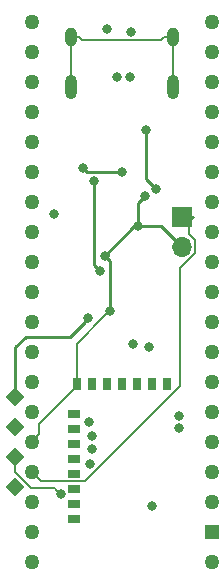
<source format=gbr>
G04 #@! TF.GenerationSoftware,KiCad,Pcbnew,(5.0.0)*
G04 #@! TF.CreationDate,2020-04-28T00:09:20-06:00*
G04 #@! TF.ProjectId,BlueMacro,426C75654D6163726F2E6B696361645F,rev?*
G04 #@! TF.SameCoordinates,Original*
G04 #@! TF.FileFunction,Copper,L4,Bot,Signal*
G04 #@! TF.FilePolarity,Positive*
%FSLAX46Y46*%
G04 Gerber Fmt 4.6, Leading zero omitted, Abs format (unit mm)*
G04 Created by KiCad (PCBNEW (5.0.0)) date 04/28/20 00:09:20*
%MOMM*%
%LPD*%
G01*
G04 APERTURE LIST*
G04 #@! TA.AperFunction,WasherPad*
%ADD10C,1.270000*%
G04 #@! TD*
G04 #@! TA.AperFunction,ComponentPad*
%ADD11C,1.270000*%
G04 #@! TD*
G04 #@! TA.AperFunction,ComponentPad*
%ADD12R,1.250000X1.250000*%
G04 #@! TD*
G04 #@! TA.AperFunction,ComponentPad*
%ADD13R,1.700000X1.700000*%
G04 #@! TD*
G04 #@! TA.AperFunction,ComponentPad*
%ADD14O,1.700000X1.700000*%
G04 #@! TD*
G04 #@! TA.AperFunction,ComponentPad*
%ADD15O,1.000000X1.600000*%
G04 #@! TD*
G04 #@! TA.AperFunction,ComponentPad*
%ADD16O,1.000000X2.100000*%
G04 #@! TD*
G04 #@! TA.AperFunction,ComponentPad*
%ADD17R,0.650000X1.000000*%
G04 #@! TD*
G04 #@! TA.AperFunction,ComponentPad*
%ADD18R,1.000000X0.650000*%
G04 #@! TD*
G04 #@! TA.AperFunction,ComponentPad*
%ADD19C,1.100000*%
G04 #@! TD*
G04 #@! TA.AperFunction,Conductor*
%ADD20C,0.100000*%
G04 #@! TD*
G04 #@! TA.AperFunction,ViaPad*
%ADD21C,0.800000*%
G04 #@! TD*
G04 #@! TA.AperFunction,Conductor*
%ADD22C,0.250000*%
G04 #@! TD*
G04 #@! TA.AperFunction,Conductor*
%ADD23C,0.200000*%
G04 #@! TD*
G04 APERTURE END LIST*
D10*
G04 #@! TO.P,U4,*
G04 #@! TO.N,*
X55880000Y-27940000D03*
X40640000Y-27940000D03*
X55880000Y-73660000D03*
X40640000Y-73660000D03*
D11*
G04 #@! TO.P,U4,34*
G04 #@! TO.N,/P0.10*
X40640000Y-71120000D03*
G04 #@! TO.P,U4,33*
G04 #@! TO.N,/P0.09*
X40640000Y-68580000D03*
G04 #@! TO.P,U4,32*
G04 #@! TO.N,VBatt*
X40640000Y-66040000D03*
G04 #@! TO.P,U4,31*
G04 #@! TO.N,GND*
X40640000Y-63500000D03*
G04 #@! TO.P,U4,30*
G04 #@! TO.N,Reset*
X40640000Y-60960000D03*
G04 #@! TO.P,U4,27*
G04 #@! TO.N,N/C*
X40640000Y-53340000D03*
G04 #@! TO.P,U4,26*
G04 #@! TO.N,/P0.20*
X40640000Y-50800000D03*
G04 #@! TO.P,U4,25*
G04 #@! TO.N,/P0.17*
X40640000Y-48260000D03*
G04 #@! TO.P,U4,28*
G04 #@! TO.N,N/C*
X40640000Y-55880000D03*
G04 #@! TO.P,U4,29*
G04 #@! TO.N,VBus*
X40640000Y-58420000D03*
D12*
G04 #@! TO.P,U4,1*
G04 #@! TO.N,/P1.11*
X55880000Y-71120000D03*
D11*
G04 #@! TO.P,U4,2*
G04 #@! TO.N,/P0.03*
X55880000Y-68580000D03*
G04 #@! TO.P,U4,3*
G04 #@! TO.N,/P0.28*
X55880000Y-66040000D03*
G04 #@! TO.P,U4,4*
G04 #@! TO.N,/P1.13*
X55880000Y-63500000D03*
G04 #@! TO.P,U4,5*
G04 #@! TO.N,Reset*
X55880000Y-60960000D03*
G04 #@! TO.P,U4,6*
G04 #@! TO.N,GND*
X55880000Y-58420000D03*
G04 #@! TO.P,U4,7*
G04 #@! TO.N,/P0.30*
X55880000Y-55880000D03*
G04 #@! TO.P,U4,8*
G04 #@! TO.N,/P0.02*
X55880000Y-53340000D03*
G04 #@! TO.P,U4,9*
G04 #@! TO.N,/P0.29*
X55880000Y-50800000D03*
G04 #@! TO.P,U4,10*
G04 #@! TO.N,/P0.26*
X55880000Y-48260000D03*
G04 #@! TO.P,U4,11*
G04 #@! TO.N,/P0.06*
X55880000Y-45720000D03*
G04 #@! TO.P,U4,12*
G04 #@! TO.N,/P0.05*
X55880000Y-43180000D03*
G04 #@! TO.P,U4,24*
G04 #@! TO.N,/P0.15*
X40640000Y-45720000D03*
G04 #@! TO.P,U4,23*
G04 #@! TO.N,/P0.13*
X40640000Y-43180000D03*
G04 #@! TO.P,U4,22*
G04 #@! TO.N,/P0.22*
X40640000Y-40640000D03*
G04 #@! TO.P,U4,21*
G04 #@! TO.N,/P0.24*
X40640000Y-38100000D03*
G04 #@! TO.P,U4,20*
G04 #@! TO.N,N/C*
X40640000Y-35560000D03*
G04 #@! TO.P,U4,19*
G04 #@! TO.N,/3V3*
X40640000Y-33020000D03*
G04 #@! TO.P,U4,18*
G04 #@! TO.N,/P0.07*
X40640000Y-30480000D03*
G04 #@! TO.P,U4,17*
G04 #@! TO.N,/P1.06*
X55880000Y-30480000D03*
G04 #@! TO.P,U4,16*
G04 #@! TO.N,/P0.12*
X55880000Y-33020000D03*
G04 #@! TO.P,U4,15*
G04 #@! TO.N,/P0.04*
X55880000Y-35560000D03*
G04 #@! TO.P,U4,14*
G04 #@! TO.N,/P1.09*
X55880000Y-38100000D03*
G04 #@! TO.P,U4,13*
G04 #@! TO.N,/P0.08*
X55880000Y-40640000D03*
G04 #@! TD*
D13*
G04 #@! TO.P,J1,1*
G04 #@! TO.N,VBatt*
X53340000Y-44450000D03*
D14*
G04 #@! TO.P,J1,2*
G04 #@! TO.N,GND*
X53340000Y-46990000D03*
G04 #@! TD*
D15*
G04 #@! TO.P,J3,S1*
G04 #@! TO.N,Net-(J3-PadS1)*
X43940000Y-29270000D03*
X52580000Y-29270000D03*
D16*
X43940000Y-33450000D03*
X52580000Y-33450000D03*
G04 #@! TD*
D17*
G04 #@! TO.P,U2,18*
G04 #@! TO.N,/P0.04*
X48283000Y-58607000D03*
G04 #@! TO.P,U2,24*
G04 #@! TO.N,GND*
X44473000Y-58607000D03*
G04 #@! TO.P,U2,22*
G04 #@! TO.N,/P0.07*
X45743000Y-58607000D03*
G04 #@! TO.P,U2,16*
G04 #@! TO.N,/P0.08*
X49553000Y-58607000D03*
G04 #@! TO.P,U2,20*
G04 #@! TO.N,/P0.12*
X47013000Y-58607000D03*
G04 #@! TO.P,U2,12*
G04 #@! TO.N,/P0.26*
X52093000Y-58607000D03*
G04 #@! TO.P,U2,14*
G04 #@! TO.N,/P0.06*
X50823000Y-58607000D03*
D18*
G04 #@! TO.P,U2,42*
G04 #@! TO.N,/P1.06*
X44219000Y-70037000D03*
G04 #@! TO.P,U2,40*
G04 #@! TO.N,RED_LED*
X44219000Y-68767000D03*
G04 #@! TO.P,U2,38*
G04 #@! TO.N,N/C*
X44219000Y-67497000D03*
G04 #@! TO.P,U2,36*
G04 #@! TO.N,SWO*
X44219000Y-66227000D03*
G04 #@! TO.P,U2,34*
G04 #@! TO.N,/P0.22*
X44219000Y-64957000D03*
G04 #@! TO.P,U2,32*
G04 #@! TO.N,/P0.20*
X44219000Y-63687000D03*
G04 #@! TO.P,U2,30*
G04 #@! TO.N,/P0.17*
X44219000Y-62417000D03*
G04 #@! TO.P,U2,28*
G04 #@! TO.N,/P0.15*
X44219000Y-61147000D03*
G04 #@! TD*
D19*
G04 #@! TO.P,TP1,1*
G04 #@! TO.N,VCC*
X39243000Y-59690000D03*
D20*
G04 #@! TD*
G04 #@! TO.N,VCC*
G04 #@! TO.C,TP1*
G36*
X39243000Y-60467817D02*
X38465183Y-59690000D01*
X39243000Y-58912183D01*
X40020817Y-59690000D01*
X39243000Y-60467817D01*
X39243000Y-60467817D01*
G37*
D19*
G04 #@! TO.P,TP2,1*
G04 #@! TO.N,GND*
X39243000Y-62230000D03*
D20*
G04 #@! TD*
G04 #@! TO.N,GND*
G04 #@! TO.C,TP2*
G36*
X39243000Y-63007817D02*
X38465183Y-62230000D01*
X39243000Y-61452183D01*
X40020817Y-62230000D01*
X39243000Y-63007817D01*
X39243000Y-63007817D01*
G37*
D19*
G04 #@! TO.P,TP3,1*
G04 #@! TO.N,SWDCLK*
X39243000Y-64770000D03*
D20*
G04 #@! TD*
G04 #@! TO.N,SWDCLK*
G04 #@! TO.C,TP3*
G36*
X39243000Y-65547817D02*
X38465183Y-64770000D01*
X39243000Y-63992183D01*
X40020817Y-64770000D01*
X39243000Y-65547817D01*
X39243000Y-65547817D01*
G37*
D19*
G04 #@! TO.P,TP4,1*
G04 #@! TO.N,SWDIO*
X39243000Y-67310000D03*
D20*
G04 #@! TD*
G04 #@! TO.N,SWDIO*
G04 #@! TO.C,TP4*
G36*
X39243000Y-68087817D02*
X38465183Y-67310000D01*
X39243000Y-66532183D01*
X40020817Y-67310000D01*
X39243000Y-68087817D01*
X39243000Y-68087817D01*
G37*
D21*
G04 #@! TO.N,GND*
X47285002Y-52414000D03*
X46826000Y-47752000D03*
X49680153Y-45235153D03*
X48260000Y-40640000D03*
X45013355Y-40305035D03*
X50222717Y-42719870D03*
G04 #@! TO.N,Net-(C3-Pad1)*
X46423354Y-49070838D03*
X45894466Y-41449465D03*
G04 #@! TO.N,VCC*
X45434997Y-53045677D03*
G04 #@! TO.N,VBus*
X50292000Y-37084000D03*
X51130516Y-42113520D03*
G04 #@! TO.N,RED_LED*
X46990000Y-28575000D03*
G04 #@! TO.N,BLUE_LED*
X49022000Y-28829000D03*
X50800000Y-68961000D03*
G04 #@! TO.N,SWDCLK*
X43134026Y-67955494D03*
G04 #@! TO.N,D+*
X48929003Y-32639000D03*
X45720000Y-62992004D03*
G04 #@! TO.N,D-*
X47879000Y-32639000D03*
X45466000Y-61849000D03*
G04 #@! TO.N,SWO*
X42545000Y-44196008D03*
G04 #@! TO.N,/P0.24*
X45593000Y-65405006D03*
G04 #@! TO.N,/P0.13*
X45720000Y-64135000D03*
G04 #@! TO.N,/P0.02*
X53085990Y-62357000D03*
G04 #@! TO.N,/P0.29*
X53086000Y-61341000D03*
G04 #@! TO.N,/P1.09*
X49214034Y-55245000D03*
G04 #@! TO.N,/P0.05*
X50614046Y-55459775D03*
G04 #@! TD*
D22*
G04 #@! TO.N,GND*
X47285002Y-52414000D02*
X47285002Y-48211002D01*
X47285002Y-48211002D02*
X46826000Y-47752000D01*
X46826000Y-47752000D02*
X49342847Y-45235153D01*
X49342847Y-45235153D02*
X49680153Y-45235153D01*
X51585153Y-45235153D02*
X53340000Y-46990000D01*
X49680153Y-45235153D02*
X51585153Y-45235153D01*
D23*
X41274999Y-62865001D02*
X40640000Y-63500000D01*
X41274999Y-61980001D02*
X41274999Y-62865001D01*
X44473000Y-58782000D02*
X41274999Y-61980001D01*
X44473000Y-58607000D02*
X44473000Y-58782000D01*
X44473000Y-55226002D02*
X46885003Y-52813999D01*
X46885003Y-52813999D02*
X47285002Y-52414000D01*
X44473000Y-58607000D02*
X44473000Y-55226002D01*
D22*
X45348320Y-40640000D02*
X45013355Y-40305035D01*
X48260000Y-40640000D02*
X45348320Y-40640000D01*
X49680153Y-45235153D02*
X49680153Y-43262434D01*
X49680153Y-43262434D02*
X49822718Y-43119869D01*
X49822718Y-43119869D02*
X50222717Y-42719870D01*
G04 #@! TO.N,Net-(C3-Pad1)*
X45894466Y-48541950D02*
X45894466Y-42015150D01*
X45894466Y-42015150D02*
X45894466Y-41449465D01*
X46423354Y-49070838D02*
X45894466Y-48541950D01*
D23*
G04 #@! TO.N,VBatt*
X40640000Y-66040000D02*
X41452001Y-66852001D01*
X54490001Y-47542001D02*
X54490001Y-46437999D01*
X53975000Y-45922998D02*
X53975000Y-44865000D01*
X53213000Y-58801000D02*
X53213000Y-48819002D01*
X53213000Y-48819002D02*
X54490001Y-47542001D01*
X53975000Y-44865000D02*
X54390000Y-44450000D01*
X45161999Y-66852001D02*
X53213000Y-58801000D01*
X54390000Y-44450000D02*
X53340000Y-44450000D01*
X54490001Y-46437999D02*
X53975000Y-45922998D01*
X41452001Y-66852001D02*
X45161999Y-66852001D01*
D22*
G04 #@! TO.N,VCC*
X39243000Y-55499000D02*
X40132000Y-54610000D01*
X39243000Y-59690000D02*
X39243000Y-55499000D01*
X45034998Y-53445676D02*
X45434997Y-53045677D01*
X43870674Y-54610000D02*
X45034998Y-53445676D01*
X40132000Y-54610000D02*
X43870674Y-54610000D01*
G04 #@! TO.N,VBus*
X50292000Y-37084000D02*
X50292000Y-41275004D01*
X50730517Y-41713521D02*
X51130516Y-42113520D01*
X50292000Y-41275004D02*
X50730517Y-41713521D01*
D23*
G04 #@! TO.N,SWDCLK*
X42734027Y-67555495D02*
X43134026Y-67955494D01*
X39243000Y-66107902D02*
X40553099Y-67418001D01*
X40553099Y-67418001D02*
X42596533Y-67418001D01*
X39243000Y-64770000D02*
X39243000Y-66107902D01*
X42596533Y-67418001D02*
X42734027Y-67555495D01*
G04 #@! TO.N,Net-(J3-PadS1)*
X51880000Y-29270000D02*
X52580000Y-29270000D01*
X51620999Y-29529001D02*
X51880000Y-29270000D01*
X44899001Y-29529001D02*
X51620999Y-29529001D01*
X44640000Y-29270000D02*
X44899001Y-29529001D01*
X43940000Y-29270000D02*
X44640000Y-29270000D01*
X52580000Y-30270000D02*
X52580000Y-33450000D01*
X52580000Y-29270000D02*
X52580000Y-30270000D01*
X43940000Y-30270000D02*
X43940000Y-33450000D01*
X43940000Y-29270000D02*
X43940000Y-30270000D01*
G04 #@! TD*
M02*

</source>
